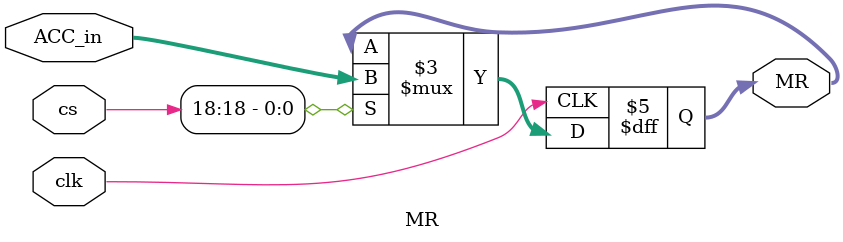
<source format=v>
`timescale 1ns / 1ps


module MR(cs,clk,MR,ACC_in);
    input clk;
    input [31:0] cs;
    input [15:0] ACC_in;
    output [15:0] MR;
    
    reg [15:0] MR;
    
    always@(posedge(clk))begin
        if(cs[18]==1)begin
            MR<=ACC_in;
        end
    end
endmodule

</source>
